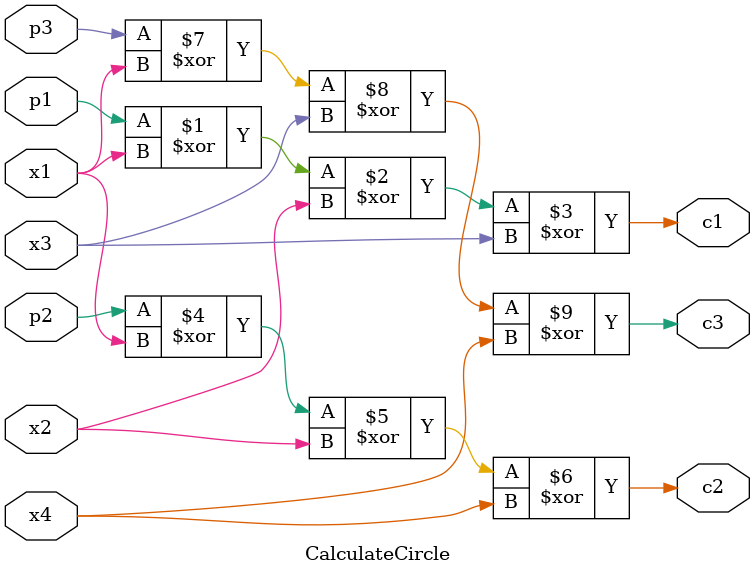
<source format=v>
module HD(
           code_word1,
           code_word2,
           out_n
       );
input  [6:0]code_word1, code_word2;
output reg signed[5:0] out_n;

// Wire & Registers variable
wire word1_p1, word1_p2, word1_p3;
wire word2_p1, word2_p2, word2_p3;
wire word1_c1, word1_c2, word1_c3;
wire word2_c1, word2_c2, word2_c3;
wire [1:0] c_cal_word1,c_cal_word2;
reg signed [3:0] code_word1_correct = 4'b0000, code_word2_correct = 4'b0000;
reg [1:0] opt = 2'b00;


CalculateCircle CalculateCircle_world1(.p1(code_word1[6]) , .p2(code_word1[5]) , .p3(code_word1[4]), .x1(code_word1[3]), .x2(code_word1[2]), .x3(code_word1[1]), .x4(code_word1[0]),
                                       .c1(word1_c1), .c2(word1_c2), .c3(word1_c3));
CalculateCircle CalculateCircle_world2(.p1(code_word2[6]) , .p2(code_word2[5]) , .p3(code_word2[4]), .x1(code_word2[3]), .x2(code_word2[2]), .x3(code_word2[1]), .x4(code_word2[0]),
                                       .c1(word2_c1), .c2(word2_c2), .c3(word2_c3));

// code_word1
always @(*)
begin
    if(word1_c1 && word1_c2 && word1_c3 == 1)
    begin
        opt[1] = code_word1[3];
    end
    else if(word1_c1 && word1_c2 == 1)
    begin
        opt[1] = code_word1[2];
    end
    else if (word1_c1 && word1_c3 == 1)
    begin
        opt[1] = code_word1[1];
    end
    else if(word1_c2 && word1_c3 == 1)
    begin
        opt[1] = code_word1[0];
    end
    else
    begin
        if(word1_c1 == 1)
        begin
            opt[1] = code_word1[6];
        end
        else if(word1_c2 == 1)
        begin
            opt[1] = code_word1[5];
        end
        else
        begin
            opt[1] = code_word1[4];
        end
    end
end
always @(*)
begin
    if(word1_c1 && word1_c2 && word1_c3 == 1)
    begin
        code_word1_correct[3] = ~code_word1[3];
        code_word1_correct[2] = code_word1[2];
        code_word1_correct[1] = code_word1[1];
        code_word1_correct[0] = code_word1[0];
    end
    else if(word1_c1 && word1_c2 == 1)
    begin
        code_word1_correct[3] = code_word1[3];
        code_word1_correct[2] = ~code_word1[2];
        code_word1_correct[1] = code_word1[1];
        code_word1_correct[0] = code_word1[0];
    end
    else if (word1_c1 && word1_c3 == 1)
    begin
        code_word1_correct[3] = code_word1[3];
        code_word1_correct[2] = code_word1[2];
        code_word1_correct[1] = ~code_word1[1];
        code_word1_correct[0] = code_word1[0];
    end
    else if(word1_c2 && word1_c3 == 1)
    begin
        code_word1_correct[3] = code_word1[3];
        code_word1_correct[2] = code_word1[2];
        code_word1_correct[1] = code_word1[1];
        code_word1_correct[0] = ~code_word1[0];
    end
    else
    begin
        code_word1_correct[3] = code_word1[3];
        code_word1_correct[2] = code_word1[2];
        code_word1_correct[1] = code_word1[1];
        code_word1_correct[0] = code_word1[0];
    end
end
// code_word2
always @(*)
begin
    if(word2_c1 && word2_c2 && word2_c3 == 1)
    begin
        opt[0] = code_word2[3];
    end
    else if(word2_c1 && word2_c2 == 1)
    begin
        opt[0] = code_word2[2];
    end
    else if(word2_c1 && word2_c3 == 1)
    begin
        opt[0] = code_word2[1];
    end
    else if(word2_c2 && word2_c3 == 1)
    begin
        opt[0] = code_word2[0];
    end
    else
    begin
        if(word2_c1 == 1)
        begin
            opt[0] = code_word2[6];
        end
        else if(word2_c2 == 1)
        begin
            opt[0] = code_word2[5];
        end
        else
        begin
            opt[0] = code_word2[4];
        end
    end
end
always @(*)
begin
    if(word2_c1 && word2_c2 && word2_c3 == 1)
    begin
        code_word2_correct[3] = ~code_word2[3];
        code_word2_correct[2] = code_word2[2];
        code_word2_correct[1] = code_word2[1];
        code_word2_correct[0] = code_word2[0];
    end
    else if(word2_c1 && word2_c2 == 1)
    begin
        code_word2_correct[3] = code_word2[3];
        code_word2_correct[2] = ~code_word2[2];
        code_word2_correct[1] = code_word2[1];
        code_word2_correct[0] = code_word2[0];
    end
    else if(word2_c1 && word2_c3 == 1)
    begin
        code_word2_correct[3] = code_word2[3];
        code_word2_correct[2] = code_word2[2];
        code_word2_correct[1] = ~code_word2[1];
        code_word2_correct[0] = code_word2[0];
    end
    else if(word2_c2 && word2_c3 == 1)
    begin
        code_word2_correct[3] = code_word2[3];
        code_word2_correct[2] = code_word2[2];
        code_word2_correct[1] = code_word2[1];
        code_word2_correct[0] = ~code_word2[0];
    end
    else
    begin
        code_word2_correct[3] = code_word2[3];
        code_word2_correct[2] = code_word2[2];
        code_word2_correct[1] = code_word2[1];
        code_word2_correct[0] = code_word2[0];
    end
end
// opt case
always@(*)
begin
    case (opt)
        2'b00:
        begin
            out_n = 2*code_word1_correct + code_word2_correct;
        end
        2'b01:
        begin
            out_n = 2*code_word1_correct - code_word2_correct;
        end
        2'b10:
        begin
            out_n = code_word1_correct - 2*code_word2_correct;
        end
        default:
        begin
            out_n = code_word1_correct + 2*code_word2_correct;
        end
    endcase
end

endmodule


    module CalculateCircle(
        p1, p2, p3, x1, x2, x3, x4,
        c1, c2, c3,);
input p1, p2, p3, x1, x2, x3, x4;
output c1, c2, c3;

assign c1 = p1 ^ x1 ^ x2 ^ x3;
assign c2 = p2 ^ x1 ^ x2 ^ x4;
assign c3 = p3 ^ x1 ^ x3 ^ x4;

endmodule

</source>
